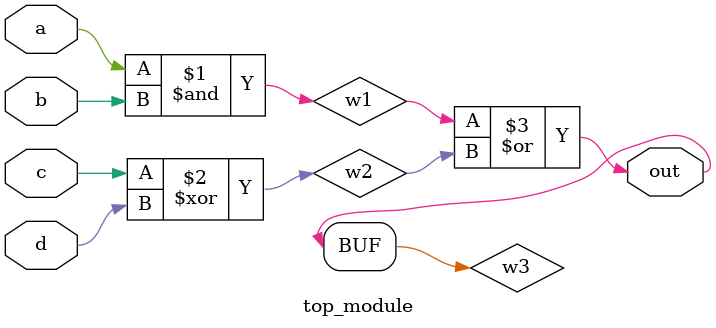
<source format=sv>
module top_module (
	input a, 
	input b,
	input c,
	input d,
	output out
);
  // Circuit Implementation
  wire w1, w2, w3;
  
  and gate1 (w1, a, b);
  xor gate2 (w2, c, d);
  or gate3 (w3, w1, w2);
  
  assign out = w3;
  
endmodule

</source>
